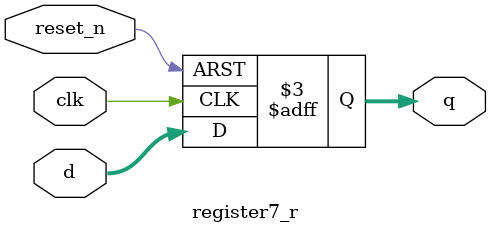
<source format=v>
module register7_r(clk, reset_n, d, q);				//7bits resettable D Flip-Flop
	input clk, reset_n;
	input [6:0] d;												//input define
	output reg [6:0] q;										//output define
	
	always@ (posedge clk or negedge reset_n) begin	//clock is rising edge and reset_n is falling edge
		if(~reset_n) q <= 7'b0;
		else q <= d;
	end

endmodule

</source>
